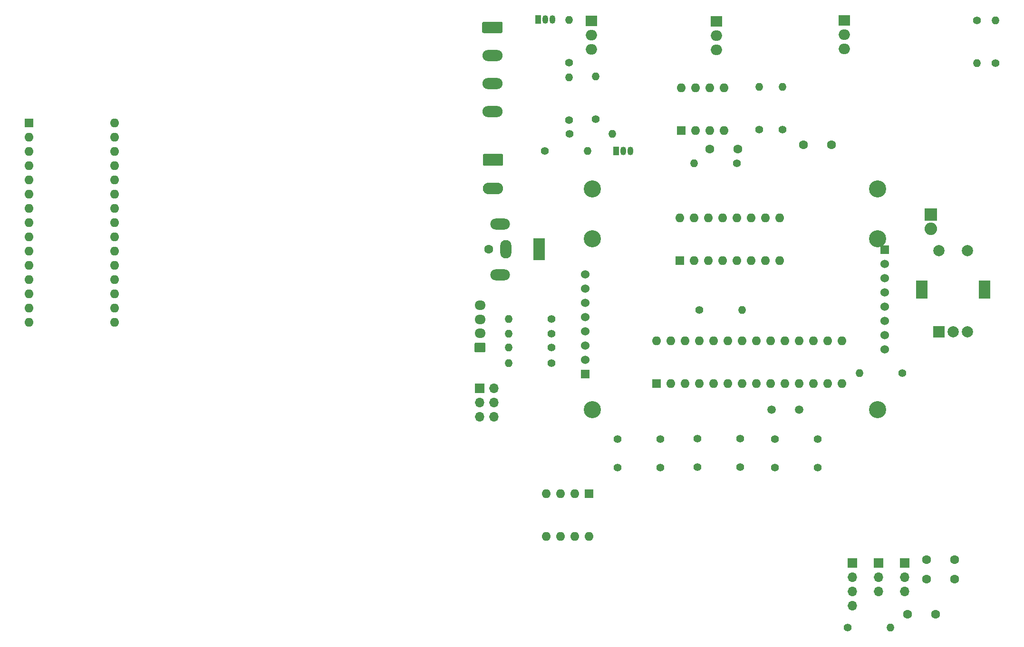
<source format=gbr>
G04 #@! TF.GenerationSoftware,KiCad,Pcbnew,(5.1.4-0-10_14)*
G04 #@! TF.CreationDate,2020-02-28T18:01:43+01:00*
G04 #@! TF.ProjectId,circuit,63697263-7569-4742-9e6b-696361645f70,rev?*
G04 #@! TF.SameCoordinates,Original*
G04 #@! TF.FileFunction,Soldermask,Top*
G04 #@! TF.FilePolarity,Negative*
%FSLAX46Y46*%
G04 Gerber Fmt 4.6, Leading zero omitted, Abs format (unit mm)*
G04 Created by KiCad (PCBNEW (5.1.4-0-10_14)) date 2020-02-28 18:01:43*
%MOMM*%
%LPD*%
G04 APERTURE LIST*
%ADD10O,1.400000X1.400000*%
%ADD11C,1.400000*%
%ADD12O,1.700000X1.700000*%
%ADD13R,1.700000X1.700000*%
%ADD14C,1.600000*%
%ADD15O,1.600000X1.600000*%
%ADD16R,1.600000X1.600000*%
%ADD17R,1.524000X1.524000*%
%ADD18C,3.048000*%
%ADD19C,1.524000*%
%ADD20R,1.050000X1.500000*%
%ADD21O,1.050000X1.500000*%
%ADD22O,1.950000X1.700000*%
%ADD23C,0.100000*%
%ADD24C,1.700000*%
%ADD25C,1.500000*%
%ADD26R,2.000000X2.000000*%
%ADD27C,2.000000*%
%ADD28R,2.000000X3.200000*%
%ADD29C,1.397000*%
%ADD30O,2.000000X1.905000*%
%ADD31R,2.000000X1.905000*%
%ADD32O,3.600000X2.080000*%
%ADD33C,2.080000*%
%ADD34O,3.500000X2.000000*%
%ADD35O,2.000000X3.300000*%
%ADD36R,2.000000X4.000000*%
%ADD37O,3.600000X2.000000*%
%ADD38O,2.240000X2.240000*%
%ADD39R,2.240000X2.240000*%
G04 APERTURE END LIST*
D10*
X263749800Y-132282640D03*
D11*
X256129800Y-132282640D03*
D12*
X266279800Y-125862640D03*
X266279800Y-123322640D03*
D13*
X266279800Y-120782640D03*
D12*
X261629800Y-125862640D03*
X261629800Y-123322640D03*
D13*
X261629800Y-120782640D03*
D12*
X256979800Y-128402640D03*
X256979800Y-125862640D03*
X256979800Y-123322640D03*
D13*
X256979800Y-120782640D03*
D14*
X275179800Y-123632640D03*
X270179800Y-123632640D03*
X271799800Y-129882640D03*
X266799800Y-129882640D03*
X275179800Y-120182640D03*
X270179800Y-120182640D03*
D15*
X210063080Y-116027200D03*
X202443080Y-108407200D03*
X207523080Y-116027200D03*
X204983080Y-108407200D03*
X204983080Y-116027200D03*
X207523080Y-108407200D03*
X202443080Y-116027200D03*
D16*
X210063080Y-108407200D03*
D17*
X262691880Y-64856360D03*
D18*
X261421880Y-54061360D03*
X261421880Y-93431360D03*
X210621880Y-93431360D03*
X210621880Y-54061360D03*
D19*
X262691880Y-67396360D03*
X262691880Y-69936360D03*
X262691880Y-72476360D03*
X262691880Y-75016360D03*
X262691880Y-77556360D03*
X262691880Y-80096360D03*
X262691880Y-82636360D03*
D20*
X200990200Y-23820120D03*
D21*
X203530200Y-23820120D03*
X202260200Y-23820120D03*
D19*
X209362040Y-69306440D03*
X209362040Y-71846440D03*
X209362040Y-74386440D03*
X209362040Y-76926440D03*
X209362040Y-79466440D03*
X209362040Y-82006440D03*
X209362040Y-84546440D03*
D18*
X210632040Y-62956440D03*
X210632040Y-93436440D03*
X261432040Y-93436440D03*
X261432040Y-62956440D03*
D17*
X209362040Y-87086440D03*
D22*
X190627000Y-74806160D03*
X190627000Y-77306160D03*
X190627000Y-79806160D03*
D23*
G36*
X191376504Y-81457364D02*
G01*
X191400773Y-81460964D01*
X191424571Y-81466925D01*
X191447671Y-81475190D01*
X191469849Y-81485680D01*
X191490893Y-81498293D01*
X191510598Y-81512907D01*
X191528777Y-81529383D01*
X191545253Y-81547562D01*
X191559867Y-81567267D01*
X191572480Y-81588311D01*
X191582970Y-81610489D01*
X191591235Y-81633589D01*
X191597196Y-81657387D01*
X191600796Y-81681656D01*
X191602000Y-81706160D01*
X191602000Y-82906160D01*
X191600796Y-82930664D01*
X191597196Y-82954933D01*
X191591235Y-82978731D01*
X191582970Y-83001831D01*
X191572480Y-83024009D01*
X191559867Y-83045053D01*
X191545253Y-83064758D01*
X191528777Y-83082937D01*
X191510598Y-83099413D01*
X191490893Y-83114027D01*
X191469849Y-83126640D01*
X191447671Y-83137130D01*
X191424571Y-83145395D01*
X191400773Y-83151356D01*
X191376504Y-83154956D01*
X191352000Y-83156160D01*
X189902000Y-83156160D01*
X189877496Y-83154956D01*
X189853227Y-83151356D01*
X189829429Y-83145395D01*
X189806329Y-83137130D01*
X189784151Y-83126640D01*
X189763107Y-83114027D01*
X189743402Y-83099413D01*
X189725223Y-83082937D01*
X189708747Y-83064758D01*
X189694133Y-83045053D01*
X189681520Y-83024009D01*
X189671030Y-83001831D01*
X189662765Y-82978731D01*
X189656804Y-82954933D01*
X189653204Y-82930664D01*
X189652000Y-82906160D01*
X189652000Y-81706160D01*
X189653204Y-81681656D01*
X189656804Y-81657387D01*
X189662765Y-81633589D01*
X189671030Y-81610489D01*
X189681520Y-81588311D01*
X189694133Y-81567267D01*
X189708747Y-81547562D01*
X189725223Y-81529383D01*
X189743402Y-81512907D01*
X189763107Y-81498293D01*
X189784151Y-81485680D01*
X189806329Y-81475190D01*
X189829429Y-81466925D01*
X189853227Y-81460964D01*
X189877496Y-81457364D01*
X189902000Y-81456160D01*
X191352000Y-81456160D01*
X191376504Y-81457364D01*
X191376504Y-81457364D01*
G37*
D24*
X190627000Y-82306160D03*
D25*
X242577280Y-93360240D03*
X247477280Y-93360240D03*
D20*
X214868760Y-47249080D03*
D21*
X217408760Y-47249080D03*
X216138760Y-47249080D03*
D26*
X272399760Y-79502000D03*
D27*
X274899760Y-79502000D03*
X277399760Y-79502000D03*
D28*
X269299760Y-72002000D03*
X280499760Y-72002000D03*
D27*
X272399760Y-65002000D03*
X277399760Y-65002000D03*
D29*
X215153240Y-103698040D03*
X215153240Y-98618040D03*
X222773240Y-103698040D03*
X222773240Y-98618040D03*
X229351840Y-103609140D03*
X229351840Y-98529140D03*
X236971840Y-103609140D03*
X236971840Y-98529140D03*
X243182140Y-103698040D03*
X243182140Y-98618040D03*
X250802140Y-103698040D03*
X250802140Y-98618040D03*
D10*
X195767960Y-85064600D03*
D11*
X203387960Y-85064600D03*
D10*
X237302040Y-75580240D03*
D11*
X229682040Y-75580240D03*
D10*
X195742560Y-77236320D03*
D11*
X203362560Y-77236320D03*
D10*
X195742560Y-79822040D03*
D11*
X203362560Y-79822040D03*
D10*
X195742560Y-82301080D03*
D11*
X203362560Y-82301080D03*
D10*
X209778600Y-47249080D03*
D11*
X202158600Y-47249080D03*
D10*
X211231480Y-33939480D03*
D11*
X211231480Y-41559480D03*
D10*
X214167720Y-44221400D03*
D11*
X206547720Y-44221400D03*
D10*
X206507080Y-34142680D03*
D11*
X206507080Y-41762680D03*
D30*
X255478280Y-29083000D03*
X255478280Y-26543000D03*
D31*
X255478280Y-24003000D03*
D30*
X232704640Y-29210000D03*
X232704640Y-26670000D03*
D31*
X232704640Y-24130000D03*
D12*
X193085720Y-94686120D03*
X190545720Y-94686120D03*
X193085720Y-92146120D03*
X190545720Y-92146120D03*
X193085720Y-89606120D03*
D13*
X190545720Y-89606120D03*
D32*
X192948560Y-53914040D03*
D23*
G36*
X194523065Y-47795244D02*
G01*
X194547333Y-47798844D01*
X194571132Y-47804805D01*
X194594231Y-47813070D01*
X194616410Y-47823560D01*
X194637453Y-47836172D01*
X194657159Y-47850787D01*
X194675337Y-47867263D01*
X194691813Y-47885441D01*
X194706428Y-47905147D01*
X194719040Y-47926190D01*
X194729530Y-47948369D01*
X194737795Y-47971468D01*
X194743756Y-47995267D01*
X194747356Y-48019535D01*
X194748560Y-48044039D01*
X194748560Y-49624041D01*
X194747356Y-49648545D01*
X194743756Y-49672813D01*
X194737795Y-49696612D01*
X194729530Y-49719711D01*
X194719040Y-49741890D01*
X194706428Y-49762933D01*
X194691813Y-49782639D01*
X194675337Y-49800817D01*
X194657159Y-49817293D01*
X194637453Y-49831908D01*
X194616410Y-49844520D01*
X194594231Y-49855010D01*
X194571132Y-49863275D01*
X194547333Y-49869236D01*
X194523065Y-49872836D01*
X194498561Y-49874040D01*
X191398559Y-49874040D01*
X191374055Y-49872836D01*
X191349787Y-49869236D01*
X191325988Y-49863275D01*
X191302889Y-49855010D01*
X191280710Y-49844520D01*
X191259667Y-49831908D01*
X191239961Y-49817293D01*
X191221783Y-49800817D01*
X191205307Y-49782639D01*
X191190692Y-49762933D01*
X191178080Y-49741890D01*
X191167590Y-49719711D01*
X191159325Y-49696612D01*
X191153364Y-49672813D01*
X191149764Y-49648545D01*
X191148560Y-49624041D01*
X191148560Y-48044039D01*
X191149764Y-48019535D01*
X191153364Y-47995267D01*
X191159325Y-47971468D01*
X191167590Y-47948369D01*
X191178080Y-47926190D01*
X191190692Y-47905147D01*
X191205307Y-47885441D01*
X191221783Y-47867263D01*
X191239961Y-47850787D01*
X191259667Y-47836172D01*
X191280710Y-47823560D01*
X191302889Y-47813070D01*
X191325988Y-47804805D01*
X191349787Y-47798844D01*
X191374055Y-47795244D01*
X191398559Y-47794040D01*
X194498561Y-47794040D01*
X194523065Y-47795244D01*
X194523065Y-47795244D01*
G37*
D33*
X192948560Y-48834040D03*
D14*
X192198480Y-64815720D03*
D34*
X194198480Y-69315720D03*
X194198480Y-60315720D03*
D35*
X195198480Y-64815720D03*
D36*
X201198480Y-64815720D03*
D37*
X192826640Y-40217120D03*
X192826640Y-35217120D03*
X192826640Y-30217120D03*
D23*
G36*
X194401144Y-24218324D02*
G01*
X194425413Y-24221924D01*
X194449211Y-24227885D01*
X194472311Y-24236150D01*
X194494489Y-24246640D01*
X194515533Y-24259253D01*
X194535238Y-24273867D01*
X194553417Y-24290343D01*
X194569893Y-24308522D01*
X194584507Y-24328227D01*
X194597120Y-24349271D01*
X194607610Y-24371449D01*
X194615875Y-24394549D01*
X194621836Y-24418347D01*
X194625436Y-24442616D01*
X194626640Y-24467120D01*
X194626640Y-25967120D01*
X194625436Y-25991624D01*
X194621836Y-26015893D01*
X194615875Y-26039691D01*
X194607610Y-26062791D01*
X194597120Y-26084969D01*
X194584507Y-26106013D01*
X194569893Y-26125718D01*
X194553417Y-26143897D01*
X194535238Y-26160373D01*
X194515533Y-26174987D01*
X194494489Y-26187600D01*
X194472311Y-26198090D01*
X194449211Y-26206355D01*
X194425413Y-26212316D01*
X194401144Y-26215916D01*
X194376640Y-26217120D01*
X191276640Y-26217120D01*
X191252136Y-26215916D01*
X191227867Y-26212316D01*
X191204069Y-26206355D01*
X191180969Y-26198090D01*
X191158791Y-26187600D01*
X191137747Y-26174987D01*
X191118042Y-26160373D01*
X191099863Y-26143897D01*
X191083387Y-26125718D01*
X191068773Y-26106013D01*
X191056160Y-26084969D01*
X191045670Y-26062791D01*
X191037405Y-26039691D01*
X191031444Y-26015893D01*
X191027844Y-25991624D01*
X191026640Y-25967120D01*
X191026640Y-24467120D01*
X191027844Y-24442616D01*
X191031444Y-24418347D01*
X191037405Y-24394549D01*
X191045670Y-24371449D01*
X191056160Y-24349271D01*
X191068773Y-24328227D01*
X191083387Y-24308522D01*
X191099863Y-24290343D01*
X191118042Y-24273867D01*
X191137747Y-24259253D01*
X191158791Y-24246640D01*
X191180969Y-24236150D01*
X191204069Y-24227885D01*
X191227867Y-24221924D01*
X191252136Y-24218324D01*
X191276640Y-24217120D01*
X194376640Y-24217120D01*
X194401144Y-24218324D01*
X194401144Y-24218324D01*
G37*
D27*
X192826640Y-25217120D03*
D15*
X226441000Y-35996880D03*
X234061000Y-43616880D03*
X228981000Y-35996880D03*
X231521000Y-43616880D03*
X231521000Y-35996880D03*
X228981000Y-43616880D03*
X234061000Y-35996880D03*
D16*
X226441000Y-43616880D03*
D14*
X253224040Y-46141640D03*
X248224040Y-46141640D03*
X236587040Y-46944280D03*
X231587040Y-46944280D03*
D15*
X222092520Y-81163160D03*
X255112520Y-88783160D03*
X224632520Y-81163160D03*
X252572520Y-88783160D03*
X227172520Y-81163160D03*
X250032520Y-88783160D03*
X229712520Y-81163160D03*
X247492520Y-88783160D03*
X232252520Y-81163160D03*
X244952520Y-88783160D03*
X234792520Y-81163160D03*
X242412520Y-88783160D03*
X237332520Y-81163160D03*
X239872520Y-88783160D03*
X239872520Y-81163160D03*
X237332520Y-88783160D03*
X242412520Y-81163160D03*
X234792520Y-88783160D03*
X244952520Y-81163160D03*
X232252520Y-88783160D03*
X247492520Y-81163160D03*
X229712520Y-88783160D03*
X250032520Y-81163160D03*
X227172520Y-88783160D03*
X252572520Y-81163160D03*
X224632520Y-88783160D03*
X255112520Y-81163160D03*
D16*
X222092520Y-88783160D03*
D15*
X226217480Y-59232800D03*
X243997480Y-66852800D03*
X228757480Y-59232800D03*
X241457480Y-66852800D03*
X231297480Y-59232800D03*
X238917480Y-66852800D03*
X233837480Y-59232800D03*
X236377480Y-66852800D03*
X236377480Y-59232800D03*
X233837480Y-66852800D03*
X238917480Y-59232800D03*
X231297480Y-66852800D03*
X241457480Y-59232800D03*
X228757480Y-66852800D03*
X243997480Y-59232800D03*
D16*
X226217480Y-66852800D03*
D10*
X258231640Y-86883240D03*
D11*
X265851640Y-86883240D03*
D10*
X282458160Y-23977600D03*
D11*
X282458160Y-31597600D03*
D10*
X279161240Y-31602680D03*
D11*
X279161240Y-23982680D03*
D10*
X206507080Y-23870920D03*
D11*
X206507080Y-31490920D03*
D10*
X240375440Y-35849560D03*
D11*
X240375440Y-43469560D03*
D10*
X244469920Y-35808920D03*
D11*
X244469920Y-43428920D03*
D10*
X228793040Y-49423320D03*
D11*
X236413040Y-49423320D03*
D30*
X210464400Y-29154120D03*
X210464400Y-26614120D03*
D31*
X210464400Y-24074120D03*
D38*
X270906240Y-61147960D03*
D39*
X270906240Y-58607960D03*
D16*
X110286800Y-42240200D03*
D15*
X125526800Y-75260200D03*
X110286800Y-44780200D03*
X125526800Y-72720200D03*
X110286800Y-47320200D03*
X125526800Y-70180200D03*
X110286800Y-49860200D03*
X125526800Y-67640200D03*
X110286800Y-52400200D03*
X125526800Y-65100200D03*
X110286800Y-54940200D03*
X125526800Y-62560200D03*
X110286800Y-57480200D03*
X125526800Y-60020200D03*
X110286800Y-60020200D03*
X125526800Y-57480200D03*
X110286800Y-62560200D03*
X125526800Y-54940200D03*
X110286800Y-65100200D03*
X125526800Y-52400200D03*
X110286800Y-67640200D03*
X125526800Y-49860200D03*
X110286800Y-70180200D03*
X125526800Y-47320200D03*
X110286800Y-72720200D03*
X125526800Y-44780200D03*
X110286800Y-75260200D03*
X125526800Y-42240200D03*
X110286800Y-77800200D03*
X125526800Y-77800200D03*
M02*

</source>
